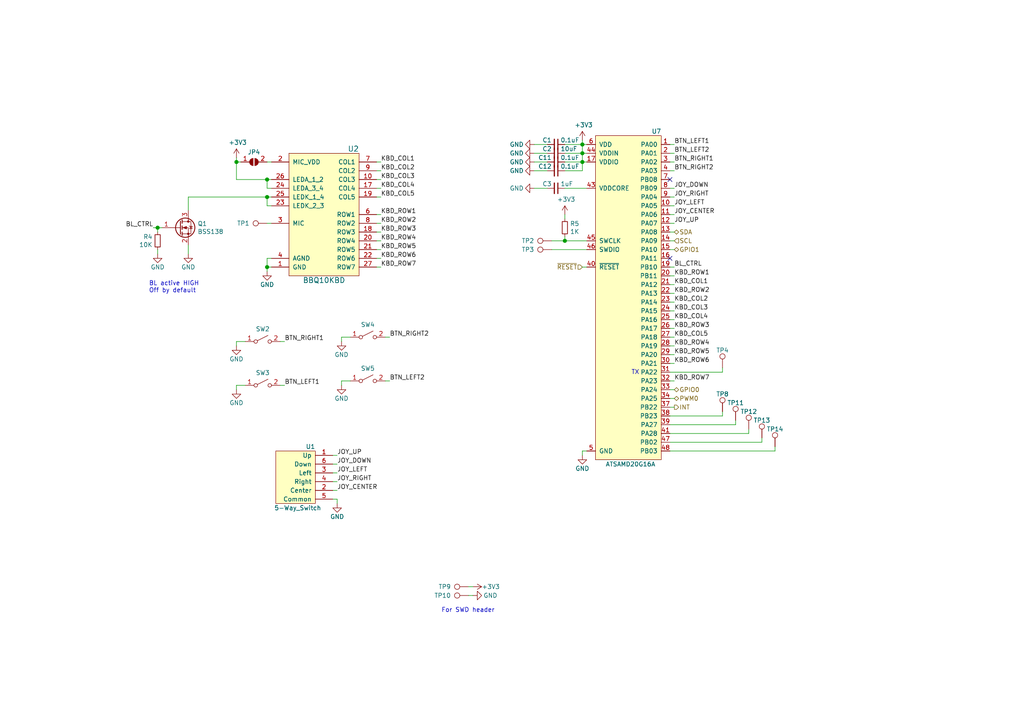
<source format=kicad_sch>
(kicad_sch (version 20230121) (generator eeschema)
  (paper "A4")
  (lib_symbols
    (symbol "Connector:TestPoint" (pin_numbers hide) (pin_names (offset 0.762) hide)
      (property "Reference" "TP" (at 0 6.858 0))
      (property "Value" "TestPoint" (at 0 5.08 0))
      (symbol "TestPoint_0_1"
        (circle (center 0 3.302) (radius 0.762))
      )
      (symbol "TestPoint_1_1"
        (pin passive line (at 0 0 90) (length 2.54) (name "1") (number "1"))
      )
    )
    (symbol "Device:C_Small" (pin_numbers hide) (pin_names (offset 0.254) hide)
      (property "Reference" "C" (at 0.254 1.778 0))
      (property "Value" "C_Small" (at 0.254 -2.032 0))
      (symbol "C_Small_0_1"
        (polyline (pts (xy -1.524 -0.508) (xy 1.524 -0.508)) (stroke (width 0.3302)))
        (polyline (pts (xy -1.524 0.508) (xy 1.524 0.508)) (stroke (width 0.3048)))
      )
      (symbol "C_Small_1_1"
        (pin passive line (at 0 2.54 270) (length 2.032) (name "~") (number "1"))
        (pin passive line (at 0 -2.54 90) (length 2.032) (name "~") (number "2"))
      )
    )
    (symbol "Device:R_Small" (pin_numbers hide) (pin_names (offset 0.254) hide)
      (property "Reference" "R" (at 0.762 0.508 0))
      (property "Value" "R_Small" (at 0.762 -1.016 0))
      (symbol "R_Small_0_1"
        (rectangle (start -0.762 1.778) (end 0.762 -1.778) (stroke (width 0.2032)))
      )
      (symbol "R_Small_1_1"
        (pin passive line (at 0 2.54 270) (length 0.762) (name "~") (number "1"))
        (pin passive line (at 0 -2.54 90) (length 0.762) (name "~") (number "2"))
      )
    )
    (symbol "Jumper:SolderJumper_2_Open" (pin_names (offset 0) hide)
      (property "Reference" "JP" (at 0 2.032 0))
      (property "Value" "SolderJumper_2_Open" (at 0 -2.54 0))
      (symbol "SolderJumper_2_Open_0_1"
        (arc (start -0.254 1.016) (mid -1.2656 0) (end -0.254 -1.016))
        (arc (start -0.254 1.016) (mid -1.2656 0) (end -0.254 -1.016) (fill (type outline)))
        (polyline (pts (xy -0.254 1.016) (xy -0.254 -1.016)))
        (polyline (pts (xy 0.254 1.016) (xy 0.254 -1.016)))
        (arc (start 0.254 -1.016) (mid 1.2656 0) (end 0.254 1.016))
        (arc (start 0.254 -1.016) (mid 1.2656 0) (end 0.254 1.016) (fill (type outline)))
      )
      (symbol "SolderJumper_2_Open_1_1"
        (pin passive line (at -3.81 0 0) (length 2.54) (name "A") (number "1"))
        (pin passive line (at 3.81 0 180) (length 2.54) (name "B") (number "2"))
      )
    )
    (symbol "Keyboard:BBQ10KBD" (pin_names (offset 1.016))
      (property "Reference" "U" (at 10.16 19.05 0))
      (property "Value" "BBQ10KBD" (at 1.27 -19.05 0))
      (symbol "BBQ10KBD_0_1"
        (rectangle (start -10.16 17.78) (end 10.16 -17.78) (fill (type background)))
      )
      (symbol "BBQ10KBD_1_1"
        (pin power_in line (at -15.24 -15.24 0) (length 5.08) (name "GND") (number "1"))
        (pin output line (at 15.24 10.16 180) (length 5.08) (name "COL3") (number "10"))
        (pin passive line (at -15.24 -15.24 0) (length 5.08) hide (name "GND") (number "11"))
        (pin passive line (at -15.24 -15.24 0) (length 5.08) hide (name "GND") (number "12"))
        (pin passive line (at -15.24 -15.24 0) (length 5.08) hide (name "GND") (number "13"))
        (pin passive line (at -15.24 -15.24 0) (length 5.08) hide (name "GND") (number "14"))
        (pin passive line (at -15.24 -15.24 0) (length 5.08) hide (name "GND") (number "15"))
        (pin passive line (at -15.24 -15.24 0) (length 5.08) hide (name "GND") (number "16"))
        (pin output line (at 15.24 7.62 180) (length 5.08) (name "COL4") (number "17"))
        (pin output line (at 15.24 -5.08 180) (length 5.08) (name "ROW3") (number "18"))
        (pin output line (at 15.24 5.08 180) (length 5.08) (name "COL5") (number "19"))
        (pin input line (at -15.24 15.24 0) (length 5.08) (name "MIC_VDD") (number "2"))
        (pin output line (at 15.24 -7.62 180) (length 5.08) (name "ROW4") (number "20"))
        (pin output line (at 15.24 -10.16 180) (length 5.08) (name "ROW5") (number "21"))
        (pin output line (at 15.24 -12.7 180) (length 5.08) (name "ROW6") (number "22"))
        (pin input line (at -15.24 2.54 0) (length 5.08) (name "LEDK_2_3") (number "23"))
        (pin power_in line (at -15.24 7.62 0) (length 5.08) (name "LEDA_3_4") (number "24"))
        (pin input line (at -15.24 5.08 0) (length 5.08) (name "LEDK_1_4") (number "25"))
        (pin power_in line (at -15.24 10.16 0) (length 5.08) (name "LEDA_1_2") (number "26"))
        (pin output line (at 15.24 -15.24 180) (length 5.08) (name "ROW7") (number "27"))
        (pin passive line (at -15.24 -15.24 0) (length 5.08) hide (name "GND") (number "28"))
        (pin output line (at -15.24 -2.54 0) (length 5.08) (name "MIC") (number "3"))
        (pin power_in line (at -15.24 -12.7 0) (length 5.08) (name "AGND") (number "4"))
        (pin passive line (at -15.24 -15.24 0) (length 5.08) hide (name "GND") (number "5"))
        (pin output line (at 15.24 0 180) (length 5.08) (name "ROW1") (number "6"))
        (pin output line (at 15.24 15.24 180) (length 5.08) (name "COL1") (number "7"))
        (pin output line (at 15.24 -2.54 180) (length 5.08) (name "ROW2") (number "8"))
        (pin output line (at 15.24 12.7 180) (length 5.08) (name "COL2") (number "9"))
      )
    )
    (symbol "MCU_Microchip_SAMD_Extra:ATSAMD20G16A" (pin_names (offset 1.016))
      (property "Reference" "U" (at 7.62 46.99 0))
      (property "Value" "ATSAMD20G16A" (at -1.27 -49.53 0))
      (symbol "ATSAMD20G16A_0_1"
        (rectangle (start -11.43 45.72) (end 7.62 -48.26) (fill (type background)))
      )
      (symbol "ATSAMD20G16A_1_1"
        (pin bidirectional line (at 10.16 43.18 180) (length 2.54) (name "PA00") (number "1"))
        (pin bidirectional line (at 10.16 25.4 180) (length 2.54) (name "PA05") (number "10"))
        (pin bidirectional line (at 10.16 22.86 180) (length 2.54) (name "PA06") (number "11"))
        (pin bidirectional line (at 10.16 20.32 180) (length 2.54) (name "PA07") (number "12"))
        (pin bidirectional line (at 10.16 17.78 180) (length 2.54) (name "PA08") (number "13"))
        (pin bidirectional line (at 10.16 15.24 180) (length 2.54) (name "PA09") (number "14"))
        (pin bidirectional line (at 10.16 12.7 180) (length 2.54) (name "PA10") (number "15"))
        (pin bidirectional line (at 10.16 10.16 180) (length 2.54) (name "PA11") (number "16"))
        (pin power_in line (at -13.97 38.1 0) (length 2.54) (name "VDDIO") (number "17"))
        (pin passive line (at -13.97 -45.72 0) (length 2.54) hide (name "GND") (number "18"))
        (pin bidirectional line (at 10.16 7.62 180) (length 2.54) (name "PB10") (number "19"))
        (pin bidirectional line (at 10.16 40.64 180) (length 2.54) (name "PA01") (number "2"))
        (pin bidirectional line (at 10.16 5.08 180) (length 2.54) (name "PB11") (number "20"))
        (pin bidirectional line (at 10.16 2.54 180) (length 2.54) (name "PA12") (number "21"))
        (pin bidirectional line (at 10.16 0 180) (length 2.54) (name "PA13") (number "22"))
        (pin bidirectional line (at 10.16 -2.54 180) (length 2.54) (name "PA14") (number "23"))
        (pin bidirectional line (at 10.16 -5.08 180) (length 2.54) (name "PA15") (number "24"))
        (pin bidirectional line (at 10.16 -7.62 180) (length 2.54) (name "PA16") (number "25"))
        (pin bidirectional line (at 10.16 -10.16 180) (length 2.54) (name "PA17") (number "26"))
        (pin bidirectional line (at 10.16 -12.7 180) (length 2.54) (name "PA18") (number "27"))
        (pin bidirectional line (at 10.16 -15.24 180) (length 2.54) (name "PA19") (number "28"))
        (pin bidirectional line (at 10.16 -17.78 180) (length 2.54) (name "PA20") (number "29"))
        (pin bidirectional line (at 10.16 38.1 180) (length 2.54) (name "PA02") (number "3"))
        (pin bidirectional line (at 10.16 -20.32 180) (length 2.54) (name "PA21") (number "30"))
        (pin bidirectional line (at 10.16 -22.86 180) (length 2.54) (name "PA22") (number "31"))
        (pin bidirectional line (at 10.16 -25.4 180) (length 2.54) (name "PA23") (number "32"))
        (pin bidirectional line (at 10.16 -27.94 180) (length 2.54) (name "PA24") (number "33"))
        (pin bidirectional line (at 10.16 -30.48 180) (length 2.54) (name "PA25") (number "34"))
        (pin passive line (at -13.97 -45.72 0) (length 2.54) hide (name "GND") (number "35"))
        (pin passive line (at -13.97 38.1 0) (length 2.54) hide (name "VDDIO") (number "36"))
        (pin bidirectional line (at 10.16 -33.02 180) (length 2.54) (name "PB22") (number "37"))
        (pin bidirectional line (at 10.16 -35.56 180) (length 2.54) (name "PB23") (number "38"))
        (pin bidirectional line (at 10.16 -38.1 180) (length 2.54) (name "PA27") (number "39"))
        (pin bidirectional line (at 10.16 35.56 180) (length 2.54) (name "PA03") (number "4"))
        (pin input line (at -13.97 7.62 0) (length 2.54) (name "~{RESET}") (number "40"))
        (pin bidirectional line (at 10.16 -40.64 180) (length 2.54) (name "PA28") (number "41"))
        (pin passive line (at -13.97 -45.72 0) (length 2.54) hide (name "GND") (number "42"))
        (pin power_out line (at -13.97 30.48 0) (length 2.54) (name "VDDCORE") (number "43"))
        (pin power_in line (at -13.97 40.64 0) (length 2.54) (name "VDDIN") (number "44"))
        (pin input line (at -13.97 15.24 0) (length 2.54) (name "SWCLK") (number "45"))
        (pin bidirectional line (at -13.97 12.7 0) (length 2.54) (name "SWDIO") (number "46"))
        (pin bidirectional line (at 10.16 -43.18 180) (length 2.54) (name "PB02") (number "47"))
        (pin bidirectional line (at 10.16 -45.72 180) (length 2.54) (name "PB03") (number "48"))
        (pin power_in line (at -13.97 -45.72 0) (length 2.54) (name "GND") (number "5"))
        (pin power_in line (at -13.97 43.18 0) (length 2.54) (name "VDD") (number "6"))
        (pin bidirectional line (at 10.16 33.02 180) (length 2.54) (name "PB08") (number "7"))
        (pin bidirectional line (at 10.16 30.48 180) (length 2.54) (name "PB09") (number "8"))
        (pin bidirectional line (at 10.16 27.94 180) (length 2.54) (name "PA04") (number "9"))
      )
    )
    (symbol "Switch:SW_SPST" (pin_names (offset 0) hide)
      (property "Reference" "SW" (at 0 3.175 0))
      (property "Value" "SW_SPST" (at 0 -2.54 0))
      (symbol "SW_SPST_0_0"
        (circle (center -2.032 0) (radius 0.508))
        (polyline (pts (xy -1.524 0.254) (xy 1.524 1.778)))
        (circle (center 2.032 0) (radius 0.508))
      )
      (symbol "SW_SPST_1_1"
        (pin passive line (at -5.08 0 0) (length 2.54) (name "A") (number "1"))
        (pin passive line (at 5.08 0 180) (length 2.54) (name "B") (number "2"))
      )
    )
    (symbol "Switch_Extra:5-Way_Switch" (pin_names (offset 1.016))
      (property "Reference" "U" (at 5.08 10.16 0))
      (property "Value" "5-Way_Switch" (at 0 -7.62 0))
      (symbol "5-Way_Switch_0_1"
        (rectangle (start 5.08 8.89) (end -6.35 -6.35) (fill (type background)))
      )
      (symbol "5-Way_Switch_1_1"
        (pin output line (at 10.16 7.62 180) (length 5.08) (name "Up") (number "1"))
        (pin output line (at 10.16 -2.54 180) (length 5.08) (name "Center") (number "2"))
        (pin output line (at 10.16 2.54 180) (length 5.08) (name "Left") (number "3"))
        (pin output line (at 10.16 0 180) (length 5.08) (name "Right") (number "4"))
        (pin input line (at 10.16 -5.08 180) (length 5.08) (name "Common") (number "5"))
        (pin output line (at 10.16 5.08 180) (length 5.08) (name "Down") (number "6"))
        (pin input line (at 10.16 -5.08 180) (length 5.08) hide (name "SHIELD") (number "SHIELD"))
      )
    )
    (symbol "Transistor_FET:BSS138" (pin_names hide)
      (property "Reference" "Q" (at 5.08 1.905 0))
      (property "Value" "BSS138" (at 5.08 0 0))
      (symbol "BSS138_0_1"
        (polyline (pts (xy 0.254 0) (xy -2.54 0)))
        (polyline (pts (xy 0.254 1.905) (xy 0.254 -1.905)) (stroke (width 0.254)))
        (polyline (pts (xy 0.762 -1.27) (xy 0.762 -2.286)) (stroke (width 0.254)))
        (polyline (pts (xy 0.762 0.508) (xy 0.762 -0.508)) (stroke (width 0.254)))
        (polyline (pts (xy 0.762 2.286) (xy 0.762 1.27)) (stroke (width 0.254)))
        (polyline (pts (xy 2.54 2.54) (xy 2.54 1.778)))
        (polyline (pts (xy 2.54 -2.54) (xy 2.54 0) (xy 0.762 0)))
        (polyline (pts (xy 0.762 -1.778) (xy 3.302 -1.778) (xy 3.302 1.778) (xy 0.762 1.778)))
        (polyline (pts (xy 1.016 0) (xy 2.032 0.381) (xy 2.032 -0.381) (xy 1.016 0)) (fill (type outline)))
        (polyline (pts (xy 2.794 0.508) (xy 2.921 0.381) (xy 3.683 0.381) (xy 3.81 0.254)))
        (polyline (pts (xy 3.302 0.381) (xy 2.921 -0.254) (xy 3.683 -0.254) (xy 3.302 0.381)))
        (circle (center 1.651 0) (radius 2.794) (stroke (width 0.254)))
        (circle (center 2.54 -1.778) (radius 0.254) (fill (type outline)))
        (circle (center 2.54 1.778) (radius 0.254) (fill (type outline)))
      )
      (symbol "BSS138_1_1"
        (pin input line (at -5.08 0 0) (length 2.54) (name "G") (number "1"))
        (pin passive line (at 2.54 -5.08 90) (length 2.54) (name "S") (number "2"))
        (pin passive line (at 2.54 5.08 270) (length 2.54) (name "D") (number "3"))
      )
    )
    (symbol "power:+3.3V" (power) (pin_names (offset 0))
      (property "Value" "+3.3V" (at 0 3.556 0))
      (symbol "+3.3V_0_1"
        (polyline (pts (xy -0.762 1.27) (xy 0 2.54)))
        (polyline (pts (xy 0 0) (xy 0 2.54)))
        (polyline (pts (xy 0 2.54) (xy 0.762 1.27)))
      )
      (symbol "+3.3V_1_1"
        (pin power_in line (at 0 0 90) (length 0) hide (name "+3V3") (number "1"))
      )
    )
    (symbol "power:+3.3V_1" (power) (pin_names (offset 0))
      (property "Value" "+3.3V" (at 0 3.556 0))
      (symbol "+3.3V_1_0_1"
        (polyline (pts (xy -0.762 1.27) (xy 0 2.54)))
        (polyline (pts (xy 0 0) (xy 0 2.54)))
        (polyline (pts (xy 0 2.54) (xy 0.762 1.27)))
      )
      (symbol "+3.3V_1_1_1"
        (pin power_in line (at 0 0 90) (length 0) hide (name "+3V3") (number "1"))
      )
    )
    (symbol "power:+3.3V_2" (power) (pin_names (offset 0))
      (property "Value" "+3.3V" (at 0 3.556 0))
      (symbol "+3.3V_2_0_1"
        (polyline (pts (xy -0.762 1.27) (xy 0 2.54)))
        (polyline (pts (xy 0 0) (xy 0 2.54)))
        (polyline (pts (xy 0 2.54) (xy 0.762 1.27)))
      )
      (symbol "+3.3V_2_1_1"
        (pin power_in line (at 0 0 90) (length 0) hide (name "+3V3") (number "1"))
      )
    )
    (symbol "power:+3.3V_3" (power) (pin_names (offset 0))
      (property "Value" "+3.3V" (at 0 3.556 0))
      (symbol "+3.3V_3_0_1"
        (polyline (pts (xy -0.762 1.27) (xy 0 2.54)))
        (polyline (pts (xy 0 0) (xy 0 2.54)))
        (polyline (pts (xy 0 2.54) (xy 0.762 1.27)))
      )
      (symbol "+3.3V_3_1_1"
        (pin power_in line (at 0 0 90) (length 0) hide (name "+3V3") (number "1"))
      )
    )
    (symbol "power:GND" (power) (pin_names (offset 0))
      (property "Value" "GND" (at 0 -3.81 0))
      (symbol "GND_0_1"
        (polyline (pts (xy 0 0) (xy 0 -1.27) (xy 1.27 -1.27) (xy 0 -2.54) (xy -1.27 -1.27) (xy 0 -1.27)))
      )
      (symbol "GND_1_1"
        (pin power_in line (at 0 0 270) (length 0) hide (name "GND") (number "1"))
      )
    )
  )
  (junction (at 168.91 44.45) (diameter 1.016))
  (junction (at 77.47 77.47) (diameter 1.016))
  (junction (at 163.83 69.85) (diameter 1.016))
  (junction (at 77.47 57.15) (diameter 1.016))
  (junction (at 168.91 46.99) (diameter 1.016))
  (junction (at 45.72 66.04) (diameter 1.016))
  (junction (at 77.47 52.07) (diameter 1.016))
  (junction (at 168.91 41.91) (diameter 1.016))
  (junction (at 68.58 46.99) (diameter 1.016))
  (no_connect (at 194.31 74.93))
  (no_connect (at 194.31 52.07))
  (wire (pts (xy 194.31 100.33) (xy 195.58 100.33)))
  (wire (pts (xy 194.31 113.03) (xy 195.58 113.03)))
  (wire (pts (xy 77.47 46.99) (xy 78.74 46.99)))
  (wire (pts (xy 170.18 72.39) (xy 160.02 72.39)))
  (wire (pts (xy 111.76 110.49) (xy 113.03 110.49)))
  (wire (pts (xy 194.31 44.45) (xy 195.58 44.45)))
  (wire (pts (xy 170.18 69.85) (xy 163.83 69.85)))
  (wire (pts (xy 195.58 41.91) (xy 194.31 41.91)))
  (wire (pts (xy 168.91 46.99) (xy 168.91 49.53)))
  (wire (pts (xy 163.83 69.85) (xy 160.02 69.85)))
  (wire (pts (xy 194.31 123.19) (xy 213.36 123.19)))
  (wire (pts (xy 71.12 99.06) (xy 68.58 99.06)))
  (wire (pts (xy 96.52 139.7) (xy 97.79 139.7)))
  (wire (pts (xy 101.6 97.79) (xy 99.06 97.79)))
  (wire (pts (xy 224.79 130.81) (xy 224.79 129.54)))
  (wire (pts (xy 213.36 123.19) (xy 213.36 121.92)))
  (wire (pts (xy 68.58 46.99) (xy 68.58 45.72)))
  (wire (pts (xy 163.83 54.61) (xy 170.18 54.61)))
  (wire (pts (xy 109.22 77.47) (xy 110.49 77.47)))
  (wire (pts (xy 77.47 57.15) (xy 54.61 57.15)))
  (wire (pts (xy 135.89 170.18) (xy 137.16 170.18)))
  (wire (pts (xy 46.99 66.04) (xy 45.72 66.04)))
  (wire (pts (xy 109.22 57.15) (xy 110.49 57.15)))
  (wire (pts (xy 168.91 46.99) (xy 170.18 46.99)))
  (wire (pts (xy 194.31 72.39) (xy 195.58 72.39)))
  (wire (pts (xy 109.22 67.31) (xy 110.49 67.31)))
  (wire (pts (xy 194.31 97.79) (xy 195.58 97.79)))
  (wire (pts (xy 111.76 97.79) (xy 113.03 97.79)))
  (wire (pts (xy 194.31 125.73) (xy 217.17 125.73)))
  (wire (pts (xy 194.31 92.71) (xy 195.58 92.71)))
  (wire (pts (xy 194.31 80.01) (xy 195.58 80.01)))
  (wire (pts (xy 168.91 44.45) (xy 170.18 44.45)))
  (wire (pts (xy 109.22 64.77) (xy 110.49 64.77)))
  (wire (pts (xy 220.98 128.27) (xy 220.98 127)))
  (wire (pts (xy 78.74 74.93) (xy 77.47 74.93)))
  (wire (pts (xy 68.58 99.06) (xy 68.58 100.33)))
  (wire (pts (xy 194.31 54.61) (xy 195.58 54.61)))
  (wire (pts (xy 77.47 74.93) (xy 77.47 77.47)))
  (wire (pts (xy 168.91 130.81) (xy 168.91 132.08)))
  (wire (pts (xy 109.22 46.99) (xy 110.49 46.99)))
  (wire (pts (xy 194.31 67.31) (xy 195.58 67.31)))
  (wire (pts (xy 163.83 63.5) (xy 163.83 62.23)))
  (wire (pts (xy 99.06 110.49) (xy 99.06 111.76)))
  (wire (pts (xy 163.83 49.53) (xy 168.91 49.53)))
  (wire (pts (xy 158.75 54.61) (xy 154.94 54.61)))
  (wire (pts (xy 168.91 41.91) (xy 168.91 40.64)))
  (wire (pts (xy 96.52 144.78) (xy 97.79 144.78)))
  (wire (pts (xy 77.47 57.15) (xy 78.74 57.15)))
  (wire (pts (xy 194.31 82.55) (xy 195.58 82.55)))
  (wire (pts (xy 45.72 72.39) (xy 45.72 73.66)))
  (wire (pts (xy 69.85 46.99) (xy 68.58 46.99)))
  (wire (pts (xy 109.22 62.23) (xy 110.49 62.23)))
  (wire (pts (xy 77.47 59.69) (xy 77.47 57.15)))
  (wire (pts (xy 96.52 132.08) (xy 97.79 132.08)))
  (wire (pts (xy 194.31 120.65) (xy 209.55 120.65)))
  (wire (pts (xy 77.47 54.61) (xy 77.47 52.07)))
  (wire (pts (xy 109.22 72.39) (xy 110.49 72.39)))
  (wire (pts (xy 109.22 54.61) (xy 110.49 54.61)))
  (wire (pts (xy 170.18 130.81) (xy 168.91 130.81)))
  (wire (pts (xy 194.31 115.57) (xy 195.58 115.57)))
  (wire (pts (xy 81.28 99.06) (xy 82.55 99.06)))
  (wire (pts (xy 194.31 85.09) (xy 195.58 85.09)))
  (wire (pts (xy 194.31 62.23) (xy 195.58 62.23)))
  (wire (pts (xy 163.83 46.99) (xy 168.91 46.99)))
  (wire (pts (xy 45.72 66.04) (xy 44.45 66.04)))
  (wire (pts (xy 209.55 120.65) (xy 209.55 119.38)))
  (wire (pts (xy 170.18 77.47) (xy 168.91 77.47)))
  (wire (pts (xy 77.47 52.07) (xy 68.58 52.07)))
  (wire (pts (xy 135.89 172.72) (xy 137.16 172.72)))
  (wire (pts (xy 78.74 64.77) (xy 77.47 64.77)))
  (wire (pts (xy 168.91 41.91) (xy 163.83 41.91)))
  (wire (pts (xy 194.31 77.47) (xy 195.58 77.47)))
  (wire (pts (xy 194.31 130.81) (xy 224.79 130.81)))
  (wire (pts (xy 77.47 77.47) (xy 78.74 77.47)))
  (wire (pts (xy 195.58 46.99) (xy 194.31 46.99)))
  (wire (pts (xy 194.31 128.27) (xy 220.98 128.27)))
  (wire (pts (xy 54.61 71.12) (xy 54.61 73.66)))
  (wire (pts (xy 109.22 49.53) (xy 110.49 49.53)))
  (wire (pts (xy 209.55 107.95) (xy 209.55 106.68)))
  (wire (pts (xy 158.75 44.45) (xy 154.94 44.45)))
  (wire (pts (xy 68.58 52.07) (xy 68.58 46.99)))
  (wire (pts (xy 158.75 46.99) (xy 154.94 46.99)))
  (wire (pts (xy 78.74 59.69) (xy 77.47 59.69)))
  (wire (pts (xy 101.6 110.49) (xy 99.06 110.49)))
  (wire (pts (xy 77.47 77.47) (xy 77.47 78.74)))
  (wire (pts (xy 194.31 110.49) (xy 195.58 110.49)))
  (wire (pts (xy 194.31 64.77) (xy 195.58 64.77)))
  (wire (pts (xy 97.79 144.78) (xy 97.79 146.05)))
  (wire (pts (xy 71.12 111.76) (xy 68.58 111.76)))
  (wire (pts (xy 194.31 107.95) (xy 209.55 107.95)))
  (wire (pts (xy 194.31 69.85) (xy 195.58 69.85)))
  (wire (pts (xy 195.58 49.53) (xy 194.31 49.53)))
  (wire (pts (xy 194.31 57.15) (xy 195.58 57.15)))
  (wire (pts (xy 109.22 69.85) (xy 110.49 69.85)))
  (wire (pts (xy 99.06 97.79) (xy 99.06 99.06)))
  (wire (pts (xy 170.18 41.91) (xy 168.91 41.91)))
  (wire (pts (xy 217.17 125.73) (xy 217.17 124.46)))
  (wire (pts (xy 96.52 137.16) (xy 97.79 137.16)))
  (wire (pts (xy 194.31 118.11) (xy 195.58 118.11)))
  (wire (pts (xy 194.31 87.63) (xy 195.58 87.63)))
  (wire (pts (xy 96.52 142.24) (xy 97.79 142.24)))
  (wire (pts (xy 163.83 69.85) (xy 163.83 68.58)))
  (wire (pts (xy 194.31 105.41) (xy 195.58 105.41)))
  (wire (pts (xy 68.58 111.76) (xy 68.58 113.03)))
  (wire (pts (xy 194.31 95.25) (xy 195.58 95.25)))
  (wire (pts (xy 194.31 59.69) (xy 195.58 59.69)))
  (wire (pts (xy 168.91 44.45) (xy 168.91 46.99)))
  (wire (pts (xy 45.72 66.04) (xy 45.72 67.31)))
  (wire (pts (xy 81.28 111.76) (xy 82.55 111.76)))
  (wire (pts (xy 194.31 102.87) (xy 195.58 102.87)))
  (wire (pts (xy 54.61 57.15) (xy 54.61 60.96)))
  (wire (pts (xy 168.91 41.91) (xy 168.91 44.45)))
  (wire (pts (xy 78.74 52.07) (xy 77.47 52.07)))
  (wire (pts (xy 158.75 49.53) (xy 154.94 49.53)))
  (wire (pts (xy 163.83 44.45) (xy 168.91 44.45)))
  (wire (pts (xy 96.52 134.62) (xy 97.79 134.62)))
  (wire (pts (xy 194.31 90.17) (xy 195.58 90.17)))
  (wire (pts (xy 109.22 74.93) (xy 110.49 74.93)))
  (wire (pts (xy 109.22 52.07) (xy 110.49 52.07)))
  (wire (pts (xy 158.75 41.91) (xy 154.94 41.91)))
  (wire (pts (xy 78.74 54.61) (xy 77.47 54.61)))
  (text "TX" (at 183.0832 108.8136 0) (effects (font (size 1.27 1.27)) (justify left bottom)))
  (text "For SWD header" (at 143.51 177.8 0) (effects (font (size 1.27 1.27)) (justify right bottom)))
  (text "BL active HIGH\nOff by default" (at 43.18 85.09 0) (effects (font (size 1.27 1.27)) (justify left bottom)))
  (label "KBD_COL1" (at 195.58 82.55 0))
  (label "JOY_LEFT" (at 195.58 59.69 0))
  (label "BTN_LEFT1" (at 82.55 111.76 0))
  (label "JOY_CENTER" (at 97.79 142.24 0))
  (label "JOY_UP" (at 195.58 64.77 0))
  (label "JOY_RIGHT" (at 97.79 139.7 0))
  (label "KBD_COL4" (at 195.58 92.71 0))
  (label "KBD_COL5" (at 195.58 97.79 0))
  (label "KBD_COL3" (at 195.58 90.17 0))
  (label "KBD_ROW6" (at 110.49 74.93 0))
  (label "KBD_COL2" (at 195.58 87.63 0))
  (label "JOY_DOWN" (at 97.79 134.62 0))
  (label "KBD_ROW3" (at 110.49 67.31 0))
  (label "KBD_ROW4" (at 110.49 69.85 0))
  (label "KBD_COL5" (at 110.49 57.15 0))
  (label "KBD_COL2" (at 110.49 49.53 0))
  (label "BTN_RIGHT1" (at 195.58 46.99 0))
  (label "KBD_COL1" (at 110.49 46.99 0))
  (label "JOY_DOWN" (at 195.58 54.61 0))
  (label "KBD_ROW7" (at 110.49 77.47 0))
  (label "KBD_ROW3" (at 195.58 95.25 0))
  (label "JOY_LEFT" (at 97.79 137.16 0))
  (label "KBD_COL4" (at 110.49 54.61 0))
  (label "KBD_ROW2" (at 195.58 85.09 0))
  (label "KBD_ROW5" (at 110.49 72.39 0))
  (label "BL_CTRL" (at 195.58 77.47 0))
  (label "BTN_RIGHT2" (at 195.58 49.53 0))
  (label "BTN_LEFT2" (at 113.03 110.49 0))
  (label "KBD_ROW6" (at 195.58 105.41 0))
  (label "BTN_RIGHT2" (at 113.03 97.79 0))
  (label "KBD_ROW5" (at 195.58 102.87 0))
  (label "KBD_ROW2" (at 110.49 64.77 0))
  (label "BTN_RIGHT1" (at 82.55 99.06 0))
  (label "KBD_ROW1" (at 110.49 62.23 0))
  (label "BTN_LEFT2" (at 195.58 44.45 0))
  (label "KBD_ROW1" (at 195.58 80.01 0))
  (label "JOY_UP" (at 97.79 132.08 0))
  (label "KBD_ROW4" (at 195.58 100.33 0))
  (label "JOY_RIGHT" (at 195.58 57.15 0))
  (label "KBD_ROW7" (at 195.58 110.49 0))
  (label "KBD_COL3" (at 110.49 52.07 0))
  (label "BL_CTRL" (at 44.45 66.04 180))
  (label "BTN_LEFT1" (at 195.58 41.91 0))
  (label "JOY_CENTER" (at 195.58 62.23 0))
  (hierarchical_label "GPIO1" (shape bidirectional) (at 195.58 72.39 0))
  (hierarchical_label "PWM0" (shape bidirectional) (at 195.58 115.57 0))
  (hierarchical_label "INT" (shape output) (at 195.58 118.11 0))
  (hierarchical_label "~{RESET}" (shape input) (at 168.91 77.47 180))
  (hierarchical_label "GPIO0" (shape bidirectional) (at 195.58 113.03 0))
  (hierarchical_label "SCL" (shape input) (at 195.58 69.85 0))
  (hierarchical_label "SDA" (shape bidirectional) (at 195.58 67.31 0))
  (symbol (lib_id "Switch:SW_SPST") (at 76.2 99.06 0) (unit 1)
    (property "Reference" "SW2" (at 76.2 95.4278 0))
    (property "Value" "SW_RIGHT1" (effects hide))
    (property "Footprint" "Button_Switch_SMD_Extra:RMT-CZ66" (effects hide))
  )
  (symbol (lib_id "power:GND") (at 68.58 100.33 0) (unit 1)
    (property "Reference" "#PWR018" (effects hide))
    (property "Value" "GND" (at 68.58 104.14 0))
  )
  (symbol (lib_id "Switch:SW_SPST") (at 76.2 111.76 0) (unit 1)
    (property "Reference" "SW3" (at 76.2 108.1278 0))
    (property "Value" "SW_LEFT1" (effects hide))
    (property "Footprint" "Button_Switch_SMD_Extra:RMT-CZ66" (effects hide))
  )
  (symbol (lib_id "power:GND") (at 68.58 113.03 0) (unit 1)
    (property "Reference" "#PWR019" (effects hide))
    (property "Value" "GND" (at 68.58 116.84 0))
  )
  (symbol (lib_id "Switch_Extra:5-Way_Switch") (at 86.36 139.7 0) (unit 1)
    (property "Reference" "U1" (at 91.44 129.54 0) (effects (justify right)))
    (property "Value" "5-Way_Switch" (at 86.36 147.32 0))
    (property "Footprint" "Button_Switch_SMD_Extra:SF303GJ26" (effects hide))
  )
  (symbol (lib_id "power:GND") (at 97.79 146.05 0) (unit 1)
    (property "Reference" "#PWR020" (effects hide))
    (property "Value" "GND" (at 97.79 149.86 0))
  )
  (symbol (lib_id "Keyboard:BBQ10KBD") (at 93.98 62.23 0) (unit 1)
    (property "Reference" "U2" (at 104.14 43.18 0) (effects (font (size 1.524 1.524)) (justify right)))
    (property "Value" "BBQ10KBD" (at 93.98 81.28 0) (effects (font (size 1.524 1.524))))
    (property "Footprint" "Connector_Hirose_Extra:BM14B(0.8)-24DS-0.4V(53)" (effects hide))
  )
  (symbol (lib_id "power:GND") (at 77.47 78.74 0) (unit 1)
    (property "Reference" "#PWR017" (effects hide))
    (property "Value" "GND" (at 77.47 82.55 0))
  )
  (symbol (lib_id "Connector:TestPoint") (at 77.47 64.77 90) (unit 1) (in_bom no)
    (property "Reference" "TP1" (at 72.39 64.77 90) (effects (justify left)))
    (property "Value" "TP_MIC" (effects hide))
    (property "Footprint" "TestPoint:TestPoint_Pad_D2.0mm" (effects hide))
  )
  (symbol (lib_name "power:+3.3V_1") (lib_id "power:+3.3V") (at 68.58 45.72 0) (unit 1)
    (property "Reference" "#PWR016" (effects hide))
    (property "Value" "+3.3V" (at 68.961 41.3258 0))
  )
  (symbol (lib_id "Jumper:SolderJumper_2_Open") (at 73.66 46.99 0) (unit 1)
    (property "Reference" "JP4" (at 73.66 44.1198 0))
    (property "Value" "SB_MIC_VDD" (effects hide))
    (property "Footprint" "Jumper:SolderJumper-2_P1.3mm_Open_RoundedPad1.0x1.5mm" (effects hide))
  )
  (symbol (lib_id "Transistor_FET:BSS138") (at 52.07 66.04 0) (unit 1)
    (property "Reference" "Q1" (at 57.3024 64.8716 0) (effects (justify left)))
    (property "Value" "BSS138" (at 57.3024 67.183 0) (effects (justify left)))
    (property "Footprint" "Package_TO_SOT_SMD:SOT-23" (effects hide))
    (property "Datasheet" "https://www.fairchildsemi.com/datasheets/BS/BSS138.pdf" (effects hide))
    (property "LCSC" "C112239" (effects hide))
  )
  (symbol (lib_id "power:GND") (at 54.61 73.66 0) (unit 1)
    (property "Reference" "#PWR015" (effects hide))
    (property "Value" "GND" (at 54.61 77.47 0))
  )
  (symbol (lib_id "Device:R_Small") (at 45.72 69.85 0) (mirror x) (unit 1)
    (property "Reference" "R4" (at 44.2468 68.6816 0) (effects (justify right)))
    (property "Value" "10K" (at 44.2468 70.993 0) (effects (justify right)))
    (property "Footprint" "Resistor_SMD:R_0603_1608Metric" (effects hide))
  )
  (symbol (lib_id "power:GND") (at 45.72 73.66 0) (unit 1)
    (property "Reference" "#PWR014" (effects hide))
    (property "Value" "GND" (at 45.72 77.47 0))
  )
  (symbol (lib_id "Device:C_Small") (at 161.29 41.91 270) (unit 1)
    (property "Reference" "C1" (at 160.02 40.64 90) (effects (justify right)))
    (property "Value" "0.1uF" (at 162.56 40.64 90) (effects (justify left)))
    (property "Footprint" "Capacitor_SMD:C_0603_1608Metric" (effects hide))
  )
  (symbol (lib_id "Device:C_Small") (at 161.29 44.45 270) (unit 1)
    (property "Reference" "C2" (at 160.02 43.18 90) (effects (justify right)))
    (property "Value" "10uF" (at 162.56 43.18 90) (effects (justify left)))
    (property "Footprint" "Capacitor_SMD:C_0603_1608Metric" (effects hide))
  )
  (symbol (lib_id "Device:C_Small") (at 161.29 54.61 270) (unit 1)
    (property "Reference" "C3" (at 160.02 53.34 90) (effects (justify right)))
    (property "Value" "1uF" (at 162.56 53.34 90) (effects (justify left)))
    (property "Footprint" "Capacitor_SMD:C_0603_1608Metric" (effects hide))
  )
  (symbol (lib_id "power:GND") (at 168.91 132.08 0) (unit 1)
    (property "Reference" "#PWR026" (effects hide))
    (property "Value" "GND" (at 168.91 135.89 0))
  )
  (symbol (lib_id "power:GND") (at 154.94 41.91 270) (unit 1)
    (property "Reference" "#PWR021" (effects hide))
    (property "Value" "GND" (at 149.86 41.91 90))
  )
  (symbol (lib_id "power:GND") (at 154.94 44.45 270) (unit 1)
    (property "Reference" "#PWR022" (effects hide))
    (property "Value" "GND" (at 149.86 44.45 90))
  )
  (symbol (lib_id "power:GND") (at 154.94 54.61 270) (unit 1)
    (property "Reference" "#PWR023" (effects hide))
    (property "Value" "GND" (at 149.86 54.61 90))
  )
  (symbol (lib_id "Device:R_Small") (at 163.83 66.04 0) (unit 1)
    (property "Reference" "R5" (at 165.3286 64.8716 0) (effects (justify left)))
    (property "Value" "1K" (at 165.3286 67.183 0) (effects (justify left)))
    (property "Footprint" "Resistor_SMD:R_0603_1608Metric" (effects hide))
  )
  (symbol (lib_id "power:+3.3V") (at 168.91 40.64 0) (unit 1)
    (property "Reference" "#PWR025" (effects hide))
    (property "Value" "+3.3V" (at 169.291 36.2458 0))
  )
  (symbol (lib_name "power:+3.3V_3") (lib_id "power:+3.3V") (at 163.83 62.23 0) (unit 1)
    (property "Reference" "#PWR024" (effects hide))
    (property "Value" "+3.3V" (at 164.211 57.8358 0))
  )
  (symbol (lib_id "Connector:TestPoint") (at 160.02 69.85 90) (unit 1) (in_bom no)
    (property "Reference" "TP2" (at 154.94 69.85 90) (effects (justify left)))
    (property "Value" "TP_KBD_SWCLK" (effects hide))
    (property "Footprint" "TestPoint:TestPoint_Pad_D2.0mm" (effects hide))
  )
  (symbol (lib_id "Connector:TestPoint") (at 160.02 72.39 90) (unit 1) (in_bom no)
    (property "Reference" "TP3" (at 154.94 72.39 90) (effects (justify left)))
    (property "Value" "TP_KBD_SWDIO" (effects hide))
    (property "Footprint" "TestPoint:TestPoint_Pad_D2.0mm" (effects hide))
  )
  (symbol (lib_id "Connector:TestPoint") (at 209.55 106.68 0) (unit 1) (in_bom no)
    (property "Reference" "TP4" (at 209.55 101.6 0))
    (property "Value" "TP_KBD_TX" (effects hide))
    (property "Footprint" "TestPoint:TestPoint_Pad_D2.0mm" (effects hide))
  )
  (symbol (lib_id "Switch:SW_SPST") (at 106.68 97.79 0) (unit 1)
    (property "Reference" "SW4" (at 106.68 94.1578 0))
    (property "Value" "SW_RIGHT2" (effects hide))
    (property "Footprint" "Button_Switch_SMD_Extra:RMT-CZ66" (effects hide))
  )
  (symbol (lib_id "power:GND") (at 99.06 99.06 0) (unit 1)
    (property "Reference" "#PWR055" (effects hide))
    (property "Value" "GND" (at 99.06 102.87 0))
  )
  (symbol (lib_id "Switch:SW_SPST") (at 106.68 110.49 0) (unit 1)
    (property "Reference" "SW5" (at 106.68 106.8578 0))
    (property "Value" "SW_LEFT2" (effects hide))
    (property "Footprint" "Button_Switch_SMD_Extra:RMT-CZ66" (effects hide))
  )
  (symbol (lib_id "power:GND") (at 99.06 111.76 0) (unit 1)
    (property "Reference" "#PWR056" (effects hide))
    (property "Value" "GND" (at 99.06 115.57 0))
  )
  (symbol (lib_id "MCU_Microchip_SAMD_Extra:ATSAMD20G16A") (at 184.15 85.09 0) (unit 1)
    (property "Reference" "U7" (at 191.77 38.1 0) (effects (justify right)))
    (property "Value" "ATSAMD20G16A" (at 182.88 134.62 0))
    (property "Footprint" "Package_DFN_QFN:QFN-48-1EP_7x7mm_P0.5mm_EP5.15x5.15mm" (effects hide))
    (property "Datasheet" "https://eu.mouser.com/datasheet/2/268/atmel-42129-sam-d20_summary-1291016.pdf" (effects hide))
  )
  (symbol (lib_id "Device:C_Small") (at 161.29 46.99 270) (unit 1)
    (property "Reference" "C11" (at 160.02 45.72 90) (effects (justify right)))
    (property "Value" "0.1uF" (at 162.56 45.72 90) (effects (justify left)))
    (property "Footprint" "Capacitor_SMD:C_0603_1608Metric" (effects hide))
  )
  (symbol (lib_id "power:GND") (at 154.94 46.99 270) (unit 1)
    (property "Reference" "#PWR057" (effects hide))
    (property "Value" "GND" (at 149.86 46.99 90))
  )
  (symbol (lib_id "Device:C_Small") (at 161.29 49.53 270) (unit 1)
    (property "Reference" "C12" (at 160.02 48.26 90) (effects (justify right)))
    (property "Value" "0.1uF" (at 162.56 48.26 90) (effects (justify left)))
    (property "Footprint" "Capacitor_SMD:C_0603_1608Metric" (effects hide))
  )
  (symbol (lib_id "power:GND") (at 154.94 49.53 270) (unit 1)
    (property "Reference" "#PWR058" (effects hide))
    (property "Value" "GND" (at 149.86 49.53 90))
  )
  (symbol (lib_id "Connector:TestPoint") (at 135.89 170.18 90) (unit 1) (in_bom no)
    (property "Reference" "TP9" (at 130.81 170.18 90) (effects (justify left)))
    (property "Value" "TP_KBD_3V" (effects hide))
    (property "Footprint" "TestPoint:TestPoint_Pad_D2.0mm" (effects hide))
  )
  (symbol (lib_id "Connector:TestPoint") (at 135.89 172.72 90) (unit 1) (in_bom no)
    (property "Reference" "TP10" (at 130.81 172.72 90) (effects (justify left)))
    (property "Value" "TP_KBD_GND" (effects hide))
    (property "Footprint" "TestPoint:TestPoint_Pad_D2.0mm" (effects hide))
  )
  (symbol (lib_id "power:GND") (at 137.16 172.72 90) (unit 1)
    (property "Reference" "#PWR064" (effects hide))
    (property "Value" "GND" (at 142.24 172.72 90))
  )
  (symbol (lib_name "power:+3.3V_2") (lib_id "power:+3.3V") (at 137.16 170.18 270) (unit 1)
    (property "Reference" "#PWR063" (effects hide))
    (property "Value" "+3.3V" (at 139.7 170.18 90) (effects (justify left)))
  )
  (symbol (lib_id "Connector:TestPoint") (at 213.36 121.92 0) (unit 1) (in_bom no)
    (property "Reference" "TP11" (at 213.36 116.84 0))
    (property "Value" "TP_GPIO3" (effects hide))
    (property "Footprint" "TestPoint:TestPoint_Pad_D2.0mm" (effects hide))
  )
  (symbol (lib_id "Connector:TestPoint") (at 224.79 129.54 0) (unit 1) (in_bom no)
    (property "Reference" "TP14" (at 224.79 124.46 0))
    (property "Value" "TP_GPIO6" (effects hide))
    (property "Footprint" "TestPoint:TestPoint_Pad_D2.0mm" (effects hide))
  )
  (symbol (lib_id "Connector:TestPoint") (at 220.98 127 0) (unit 1) (in_bom no)
    (property "Reference" "TP13" (at 220.98 121.92 0))
    (property "Value" "TP_GPIO5" (effects hide))
    (property "Footprint" "TestPoint:TestPoint_Pad_D2.0mm" (effects hide))
  )
  (symbol (lib_id "Connector:TestPoint") (at 217.17 124.46 0) (unit 1) (in_bom no)
    (property "Reference" "TP12" (at 217.17 119.38 0))
    (property "Value" "TP_GPIO4" (effects hide))
    (property "Footprint" "TestPoint:TestPoint_Pad_D2.0mm" (effects hide))
  )
  (symbol (lib_id "Connector:TestPoint") (at 209.55 119.38 0) (unit 1) (in_bom no)
    (property "Reference" "TP8" (at 209.55 114.3 0))
    (property "Value" "TP_GPIO2" (effects hide))
    (property "Footprint" "TestPoint:TestPoint_Pad_D2.0mm" (effects hide))
  )
)
</source>
